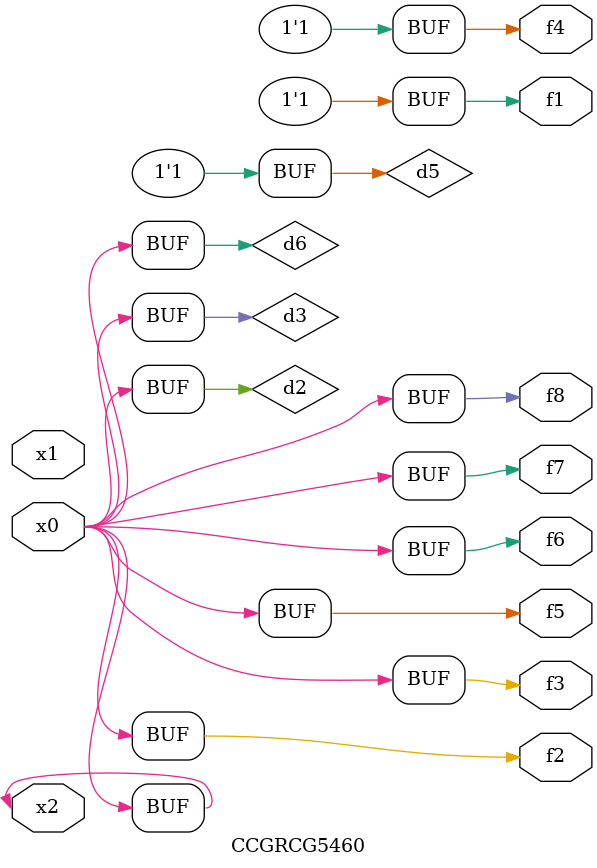
<source format=v>
module CCGRCG5460(
	input x0, x1, x2,
	output f1, f2, f3, f4, f5, f6, f7, f8
);

	wire d1, d2, d3, d4, d5, d6;

	xnor (d1, x2);
	buf (d2, x0, x2);
	and (d3, x0);
	xnor (d4, x1, x2);
	nand (d5, d1, d3);
	buf (d6, d2, d3);
	assign f1 = d5;
	assign f2 = d6;
	assign f3 = d6;
	assign f4 = d5;
	assign f5 = d6;
	assign f6 = d6;
	assign f7 = d6;
	assign f8 = d6;
endmodule

</source>
